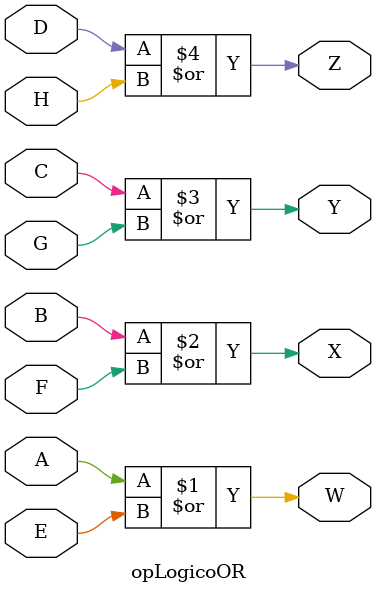
<source format=v>
module opLogicoOR(W, X, Y, Z, A, B, C, D, E, F, G, H);
	input A, B, C, D;
	input E, F, G, H;
	output W, X, Y, Z;
	
	or Or0(W, A, E);
	or Or1(X, B, F);
	or Or2(Y, C, G);
	or Or3(Z, D, H);
	
endmodule
</source>
